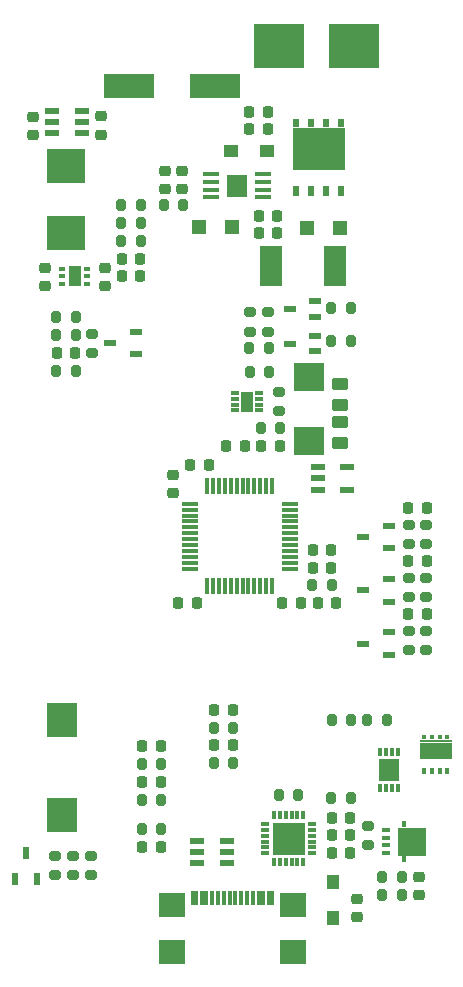
<source format=gbr>
%TF.GenerationSoftware,KiCad,Pcbnew,7.0.7*%
%TF.CreationDate,2024-05-25T17:21:06-04:00*%
%TF.ProjectId,AxxSolder,41787853-6f6c-4646-9572-2e6b69636164,rev?*%
%TF.SameCoordinates,Original*%
%TF.FileFunction,Paste,Bot*%
%TF.FilePolarity,Positive*%
%FSLAX46Y46*%
G04 Gerber Fmt 4.6, Leading zero omitted, Abs format (unit mm)*
G04 Created by KiCad (PCBNEW 7.0.7) date 2024-05-25 17:21:06*
%MOMM*%
%LPD*%
G01*
G04 APERTURE LIST*
G04 Aperture macros list*
%AMRoundRect*
0 Rectangle with rounded corners*
0 $1 Rounding radius*
0 $2 $3 $4 $5 $6 $7 $8 $9 X,Y pos of 4 corners*
0 Add a 4 corners polygon primitive as box body*
4,1,4,$2,$3,$4,$5,$6,$7,$8,$9,$2,$3,0*
0 Add four circle primitives for the rounded corners*
1,1,$1+$1,$2,$3*
1,1,$1+$1,$4,$5*
1,1,$1+$1,$6,$7*
1,1,$1+$1,$8,$9*
0 Add four rect primitives between the rounded corners*
20,1,$1+$1,$2,$3,$4,$5,0*
20,1,$1+$1,$4,$5,$6,$7,0*
20,1,$1+$1,$6,$7,$8,$9,0*
20,1,$1+$1,$8,$9,$2,$3,0*%
G04 Aperture macros list end*
%ADD10RoundRect,0.225000X0.225000X0.250000X-0.225000X0.250000X-0.225000X-0.250000X0.225000X-0.250000X0*%
%ADD11R,3.200000X2.850000*%
%ADD12R,0.400000X0.550000*%
%ADD13R,0.400000X0.410000*%
%ADD14R,2.750000X1.470000*%
%ADD15R,2.750000X0.250000*%
%ADD16R,1.050000X0.600000*%
%ADD17RoundRect,0.200000X-0.200000X-0.275000X0.200000X-0.275000X0.200000X0.275000X-0.200000X0.275000X0*%
%ADD18R,0.300000X1.475000*%
%ADD19R,1.475000X0.300000*%
%ADD20RoundRect,0.200000X0.275000X-0.200000X0.275000X0.200000X-0.275000X0.200000X-0.275000X-0.200000X0*%
%ADD21RoundRect,0.225000X-0.250000X0.225000X-0.250000X-0.225000X0.250000X-0.225000X0.250000X0.225000X0*%
%ADD22RoundRect,0.200000X0.200000X0.275000X-0.200000X0.275000X-0.200000X-0.275000X0.200000X-0.275000X0*%
%ADD23RoundRect,0.225000X-0.225000X-0.250000X0.225000X-0.250000X0.225000X0.250000X-0.225000X0.250000X0*%
%ADD24RoundRect,0.225000X0.250000X-0.225000X0.250000X0.225000X-0.250000X0.225000X-0.250000X-0.225000X0*%
%ADD25RoundRect,0.200000X-0.275000X0.200000X-0.275000X-0.200000X0.275000X-0.200000X0.275000X0.200000X0*%
%ADD26R,1.200000X1.200000*%
%ADD27R,2.500000X3.000000*%
%ADD28RoundRect,0.250000X0.450000X-0.262500X0.450000X0.262500X-0.450000X0.262500X-0.450000X-0.262500X0*%
%ADD29R,1.120000X1.220000*%
%ADD30R,0.500000X0.925000*%
%ADD31R,0.600000X0.800000*%
%ADD32R,4.410000X3.655000*%
%ADD33R,0.700000X0.300000*%
%ADD34R,1.000000X1.700000*%
%ADD35R,1.050000X0.500000*%
%ADD36R,1.900000X3.450000*%
%ADD37R,0.300000X1.150000*%
%ADD38R,2.180000X2.000000*%
%ADD39R,1.220000X1.120000*%
%ADD40R,0.300000X0.800000*%
%ADD41R,0.800000X0.300000*%
%ADD42R,2.700000X2.700000*%
%ADD43R,0.750000X0.400000*%
%ADD44R,0.400000X0.530000*%
%ADD45R,2.400000X2.450000*%
%ADD46R,0.300000X0.750000*%
%ADD47R,1.730000X1.850000*%
%ADD48R,1.425000X0.450000*%
%ADD49R,1.680000X1.880000*%
%ADD50R,4.250000X2.100000*%
%ADD51R,4.240000X3.810000*%
%ADD52R,0.600000X1.050000*%
%ADD53R,1.200000X0.600000*%
%ADD54R,2.500000X2.400000*%
%ADD55R,0.600000X0.350000*%
%ADD56R,1.100000X1.700000*%
G04 APERTURE END LIST*
D10*
%TO.C,C23*%
X180675000Y-126774734D03*
X179125000Y-126774734D03*
%TD*%
D11*
%TO.C,L1*%
X166550000Y-80724734D03*
X166550000Y-86424734D03*
%TD*%
D12*
%TO.C,Q2*%
X198850000Y-131964734D03*
X198200000Y-131964734D03*
X197550000Y-131964734D03*
X196900000Y-131964734D03*
D13*
X198850000Y-129094734D03*
X198200000Y-129094734D03*
D14*
X197875000Y-130284734D03*
D15*
X197875000Y-129424734D03*
D13*
X197550000Y-129094734D03*
X196900000Y-129094734D03*
%TD*%
D10*
%TO.C,C6*%
X181675000Y-104424734D03*
X180125000Y-104424734D03*
%TD*%
D16*
%TO.C,D6*%
X193912500Y-115709734D03*
X193912500Y-117609734D03*
X191712500Y-116659734D03*
%TD*%
D17*
%TO.C,R30*%
X172975000Y-131374734D03*
X174625000Y-131374734D03*
%TD*%
%TO.C,R7*%
X171225000Y-85574734D03*
X172875000Y-85574734D03*
%TD*%
D18*
%TO.C,IC4*%
X178500000Y-107836734D03*
X179000000Y-107836734D03*
X179500000Y-107836734D03*
X180000000Y-107836734D03*
X180500000Y-107836734D03*
X181000000Y-107836734D03*
X181500000Y-107836734D03*
X182000000Y-107836734D03*
X182500000Y-107836734D03*
X183000000Y-107836734D03*
X183500000Y-107836734D03*
X184000000Y-107836734D03*
D19*
X185488000Y-109324734D03*
X185488000Y-109824734D03*
X185488000Y-110324734D03*
X185488000Y-110824734D03*
X185488000Y-111324734D03*
X185488000Y-111824734D03*
X185488000Y-112324734D03*
X185488000Y-112824734D03*
X185488000Y-113324734D03*
X185488000Y-113824734D03*
X185488000Y-114324734D03*
X185488000Y-114824734D03*
D18*
X184000000Y-116312734D03*
X183500000Y-116312734D03*
X183000000Y-116312734D03*
X182500000Y-116312734D03*
X182000000Y-116312734D03*
X181500000Y-116312734D03*
X181000000Y-116312734D03*
X180500000Y-116312734D03*
X180000000Y-116312734D03*
X179500000Y-116312734D03*
X179000000Y-116312734D03*
X178500000Y-116312734D03*
D19*
X177012000Y-114824734D03*
X177012000Y-114324734D03*
X177012000Y-113824734D03*
X177012000Y-113324734D03*
X177012000Y-112824734D03*
X177012000Y-112324734D03*
X177012000Y-111824734D03*
X177012000Y-111324734D03*
X177012000Y-110824734D03*
X177012000Y-110324734D03*
X177012000Y-109824734D03*
X177012000Y-109324734D03*
%TD*%
D20*
%TO.C,R37*%
X168650000Y-140799734D03*
X168650000Y-139149734D03*
%TD*%
D21*
%TO.C,C32*%
X174900000Y-81149734D03*
X174900000Y-82699734D03*
%TD*%
D17*
%TO.C,FB1*%
X187400000Y-116224734D03*
X189050000Y-116224734D03*
%TD*%
%TO.C,R8*%
X171225000Y-87074734D03*
X172875000Y-87074734D03*
%TD*%
%TO.C,R15*%
X189025000Y-134224734D03*
X190675000Y-134224734D03*
%TD*%
D20*
%TO.C,R25*%
X197062500Y-117234734D03*
X197062500Y-115584734D03*
%TD*%
D22*
%TO.C,R11*%
X172875000Y-84074734D03*
X171225000Y-84074734D03*
%TD*%
D23*
%TO.C,C11*%
X189075000Y-138924734D03*
X190625000Y-138924734D03*
%TD*%
D10*
%TO.C,C7*%
X172825000Y-90074734D03*
X171275000Y-90074734D03*
%TD*%
D24*
%TO.C,C5*%
X169550000Y-78074734D03*
X169550000Y-76524734D03*
%TD*%
D23*
%TO.C,C16*%
X184875000Y-117724734D03*
X186425000Y-117724734D03*
%TD*%
D25*
%TO.C,R28*%
X168750000Y-94949734D03*
X168750000Y-96599734D03*
%TD*%
%TO.C,R14*%
X192100000Y-136599734D03*
X192100000Y-138249734D03*
%TD*%
D26*
%TO.C,D10*%
X186950000Y-85974734D03*
X189750000Y-85974734D03*
%TD*%
D17*
%TO.C,R36*%
X172975000Y-136884734D03*
X174625000Y-136884734D03*
%TD*%
D27*
%TO.C,LS1*%
X166250000Y-127674734D03*
X166250000Y-135674734D03*
%TD*%
D10*
%TO.C,C30*%
X184425000Y-84924734D03*
X182875000Y-84924734D03*
%TD*%
D23*
%TO.C,C35*%
X182075000Y-76174734D03*
X183625000Y-76174734D03*
%TD*%
D28*
%TO.C,R45*%
X189750000Y-104199734D03*
X189750000Y-102374734D03*
%TD*%
D29*
%TO.C,D3*%
X189150000Y-141374734D03*
X189150000Y-144374734D03*
%TD*%
D22*
%TO.C,R1*%
X190675000Y-92774734D03*
X189025000Y-92774734D03*
%TD*%
%TO.C,R32*%
X180725000Y-128274734D03*
X179075000Y-128274734D03*
%TD*%
D10*
%TO.C,C14*%
X178625000Y-106074734D03*
X177075000Y-106074734D03*
%TD*%
D30*
%TO.C,U3*%
X189850000Y-82874734D03*
X188580000Y-82874734D03*
X187310000Y-82874734D03*
X186040000Y-82874734D03*
D31*
X189850000Y-77084734D03*
X188580000Y-77084734D03*
D32*
X187945000Y-79309734D03*
D31*
X187310000Y-77084734D03*
X186040000Y-77084734D03*
%TD*%
D20*
%TO.C,R23*%
X165650000Y-140799734D03*
X165650000Y-139149734D03*
%TD*%
D33*
%TO.C,IC2*%
X182925000Y-99924734D03*
X182925000Y-100424734D03*
X182925000Y-100924734D03*
X182925000Y-101424734D03*
X180825000Y-101424734D03*
X180825000Y-100924734D03*
X180825000Y-100424734D03*
X180825000Y-99924734D03*
D34*
X181875000Y-100674734D03*
%TD*%
D23*
%TO.C,C19*%
X187450000Y-114724734D03*
X189000000Y-114724734D03*
%TD*%
D22*
%TO.C,R31*%
X180725000Y-131274734D03*
X179075000Y-131274734D03*
%TD*%
D16*
%TO.C,D8*%
X193912500Y-120209734D03*
X193912500Y-122109734D03*
X191712500Y-121159734D03*
%TD*%
D20*
%TO.C,R18*%
X195562500Y-121734734D03*
X195562500Y-120084734D03*
%TD*%
D25*
%TO.C,R34*%
X167150000Y-139149734D03*
X167150000Y-140799734D03*
%TD*%
D10*
%TO.C,C8*%
X172825000Y-88574734D03*
X171275000Y-88574734D03*
%TD*%
%TO.C,C25*%
X197087500Y-118659734D03*
X195537500Y-118659734D03*
%TD*%
D17*
%TO.C,R26*%
X189075000Y-127674734D03*
X190725000Y-127674734D03*
%TD*%
D20*
%TO.C,R22*%
X197062500Y-112734734D03*
X197062500Y-111084734D03*
%TD*%
D22*
%TO.C,R12*%
X194975000Y-140924734D03*
X193325000Y-140924734D03*
%TD*%
D35*
%TO.C,D2*%
X187600000Y-95124734D03*
X187600000Y-96424734D03*
X185500000Y-95774734D03*
%TD*%
D36*
%TO.C,R42*%
X189350000Y-89174734D03*
X183950000Y-89174734D03*
%TD*%
D22*
%TO.C,R10*%
X183725000Y-96174734D03*
X182075000Y-96174734D03*
%TD*%
D26*
%TO.C,D9*%
X180650000Y-85924734D03*
X177850000Y-85924734D03*
%TD*%
D23*
%TO.C,C34*%
X182075000Y-77574734D03*
X183625000Y-77574734D03*
%TD*%
D22*
%TO.C,R5*%
X190675000Y-95574734D03*
X189025000Y-95574734D03*
%TD*%
D37*
%TO.C,J1*%
X184000000Y-142746734D03*
X183200000Y-142746734D03*
X181900000Y-142746734D03*
X180900000Y-142746734D03*
X180400000Y-142746734D03*
X179400000Y-142746734D03*
X178100000Y-142746734D03*
X177300000Y-142746734D03*
X177600000Y-142746734D03*
X178400000Y-142746734D03*
X178900000Y-142746734D03*
X179900000Y-142746734D03*
X181400000Y-142746734D03*
X182400000Y-142746734D03*
X182900000Y-142746734D03*
X183700000Y-142746734D03*
D38*
X185760000Y-147251734D03*
X185760000Y-143321734D03*
X175540000Y-147251734D03*
X175540000Y-143321734D03*
%TD*%
D22*
%TO.C,R33*%
X167375000Y-98074734D03*
X165725000Y-98074734D03*
%TD*%
D23*
%TO.C,C12*%
X189075000Y-137414734D03*
X190625000Y-137414734D03*
%TD*%
D21*
%TO.C,C17*%
X175650000Y-106899734D03*
X175650000Y-108449734D03*
%TD*%
D23*
%TO.C,C13*%
X189075000Y-135924734D03*
X190625000Y-135924734D03*
%TD*%
D24*
%TO.C,C2*%
X164750000Y-90924734D03*
X164750000Y-89374734D03*
%TD*%
D10*
%TO.C,C28*%
X174575000Y-132874734D03*
X173025000Y-132874734D03*
%TD*%
D17*
%TO.C,R21*%
X165725000Y-93474734D03*
X167375000Y-93474734D03*
%TD*%
D23*
%TO.C,C21*%
X173025000Y-129874734D03*
X174575000Y-129874734D03*
%TD*%
D20*
%TO.C,R29*%
X197062500Y-121734734D03*
X197062500Y-120084734D03*
%TD*%
D17*
%TO.C,R17*%
X186225000Y-133974734D03*
X184575000Y-133974734D03*
%TD*%
D22*
%TO.C,R38*%
X176475000Y-84074734D03*
X174825000Y-84074734D03*
%TD*%
D10*
%TO.C,C29*%
X174575000Y-138374734D03*
X173025000Y-138374734D03*
%TD*%
D39*
%TO.C,D4*%
X183550000Y-79474734D03*
X180550000Y-79474734D03*
%TD*%
D17*
%TO.C,R3*%
X183050000Y-102924734D03*
X184700000Y-102924734D03*
%TD*%
D40*
%TO.C,IC6*%
X186650000Y-139674734D03*
X186150000Y-139674734D03*
X185650000Y-139674734D03*
X185150000Y-139674734D03*
X184650000Y-139674734D03*
X184150000Y-139674734D03*
D41*
X183400000Y-138924734D03*
X183400000Y-138424734D03*
X183400000Y-137924734D03*
X183400000Y-137424734D03*
X183400000Y-136924734D03*
X183400000Y-136424734D03*
D40*
X184150000Y-135674734D03*
X184650000Y-135674734D03*
X185150000Y-135674734D03*
X185650000Y-135674734D03*
X186150000Y-135674734D03*
X186650000Y-135674734D03*
D41*
X187400000Y-136424734D03*
X187400000Y-136924734D03*
X187400000Y-137424734D03*
X187400000Y-137924734D03*
X187400000Y-138424734D03*
X187400000Y-138924734D03*
D42*
X185400000Y-137674734D03*
%TD*%
D24*
%TO.C,C9*%
X196400000Y-142449734D03*
X196400000Y-140899734D03*
%TD*%
D43*
%TO.C,Q1*%
X193625000Y-138899734D03*
X193625000Y-138249734D03*
X193625000Y-137599734D03*
X193625000Y-136949734D03*
D44*
X195150000Y-139414734D03*
D45*
X195850000Y-137924734D03*
D44*
X195150000Y-136434734D03*
%TD*%
D10*
%TO.C,C22*%
X180675000Y-129774734D03*
X179125000Y-129774734D03*
%TD*%
D46*
%TO.C,IC7*%
X194650000Y-133374734D03*
X194150000Y-133374734D03*
X193650000Y-133374734D03*
X193150000Y-133374734D03*
X193150000Y-130374734D03*
X193650000Y-130374734D03*
X194150000Y-130374734D03*
X194650000Y-130374734D03*
D47*
X193900000Y-131874734D03*
%TD*%
D48*
%TO.C,IC8*%
X178826000Y-83374734D03*
X178826000Y-82724734D03*
X178826000Y-82074734D03*
X178826000Y-81424734D03*
X183250000Y-81424734D03*
X183250000Y-82074734D03*
X183250000Y-82724734D03*
X183250000Y-83374734D03*
D49*
X181038000Y-82399734D03*
%TD*%
D24*
%TO.C,C10*%
X191150000Y-144349734D03*
X191150000Y-142799734D03*
%TD*%
D10*
%TO.C,C15*%
X177625000Y-117724734D03*
X176075000Y-117724734D03*
%TD*%
D20*
%TO.C,R19*%
X195562500Y-117234734D03*
X195562500Y-115584734D03*
%TD*%
D50*
%TO.C,C37*%
X179150000Y-73974734D03*
X171850000Y-73974734D03*
%TD*%
D16*
%TO.C,D7*%
X172500000Y-94774734D03*
X172500000Y-96674734D03*
X170300000Y-95724734D03*
%TD*%
D23*
%TO.C,C4*%
X183100000Y-104424734D03*
X184650000Y-104424734D03*
%TD*%
D21*
%TO.C,C1*%
X169850000Y-89374734D03*
X169850000Y-90924734D03*
%TD*%
D17*
%TO.C,R9*%
X182125000Y-98174734D03*
X183775000Y-98174734D03*
%TD*%
D23*
%TO.C,C18*%
X187450000Y-113224734D03*
X189000000Y-113224734D03*
%TD*%
D10*
%TO.C,C24*%
X167325000Y-96574734D03*
X165775000Y-96574734D03*
%TD*%
D35*
%TO.C,D1*%
X187600000Y-92174734D03*
X187600000Y-93474734D03*
X185500000Y-92824734D03*
%TD*%
D51*
%TO.C,F1*%
X184560000Y-70574734D03*
X190940000Y-70574734D03*
%TD*%
D52*
%TO.C,Q3*%
X164100000Y-141074734D03*
X162200000Y-141074734D03*
X163150000Y-138874734D03*
%TD*%
D53*
%TO.C,IC3*%
X165400000Y-77974734D03*
X165400000Y-77024734D03*
X165400000Y-76074734D03*
X167900000Y-76074734D03*
X167900000Y-77024734D03*
X167900000Y-77974734D03*
%TD*%
%TO.C,IC9*%
X187850000Y-108124734D03*
X187850000Y-107174734D03*
X187850000Y-106224734D03*
X190350000Y-106224734D03*
X190350000Y-108124734D03*
%TD*%
D10*
%TO.C,C31*%
X184450000Y-86434734D03*
X182900000Y-86434734D03*
%TD*%
D20*
%TO.C,R6*%
X182150000Y-94749734D03*
X182150000Y-93099734D03*
%TD*%
D17*
%TO.C,R13*%
X193325000Y-142424734D03*
X194975000Y-142424734D03*
%TD*%
D25*
%TO.C,R2*%
X184625000Y-99849734D03*
X184625000Y-101499734D03*
%TD*%
D21*
%TO.C,C33*%
X176400000Y-81149734D03*
X176400000Y-82699734D03*
%TD*%
D54*
%TO.C,F2*%
X187150000Y-103974734D03*
X187150000Y-98574734D03*
%TD*%
D21*
%TO.C,C3*%
X163750000Y-76549734D03*
X163750000Y-78099734D03*
%TD*%
D10*
%TO.C,C26*%
X197087500Y-114159734D03*
X195537500Y-114159734D03*
%TD*%
D16*
%TO.C,D5*%
X193912500Y-111209734D03*
X193912500Y-113109734D03*
X191712500Y-112159734D03*
%TD*%
D22*
%TO.C,R35*%
X174625000Y-134374734D03*
X172975000Y-134374734D03*
%TD*%
%TO.C,R27*%
X193725000Y-127674734D03*
X192075000Y-127674734D03*
%TD*%
D20*
%TO.C,R20*%
X195562500Y-112734734D03*
X195562500Y-111084734D03*
%TD*%
D55*
%TO.C,IC1*%
X166250000Y-90724734D03*
X166250000Y-90074734D03*
X166250000Y-89424734D03*
X168350000Y-89424734D03*
X168350000Y-90074734D03*
X168350000Y-90724734D03*
D56*
X167300000Y-90074734D03*
%TD*%
D23*
%TO.C,C20*%
X187875000Y-117724734D03*
X189425000Y-117724734D03*
%TD*%
D25*
%TO.C,R4*%
X183650000Y-93099734D03*
X183650000Y-94749734D03*
%TD*%
D22*
%TO.C,R24*%
X167375000Y-95074734D03*
X165725000Y-95074734D03*
%TD*%
D28*
%TO.C,R44*%
X189750000Y-100974734D03*
X189750000Y-99149734D03*
%TD*%
D53*
%TO.C,IC5*%
X180150000Y-137874734D03*
X180150000Y-138824734D03*
X180150000Y-139774734D03*
X177650000Y-139774734D03*
X177650000Y-138824734D03*
X177650000Y-137874734D03*
%TD*%
D10*
%TO.C,C27*%
X197087500Y-109659734D03*
X195537500Y-109659734D03*
%TD*%
M02*

</source>
